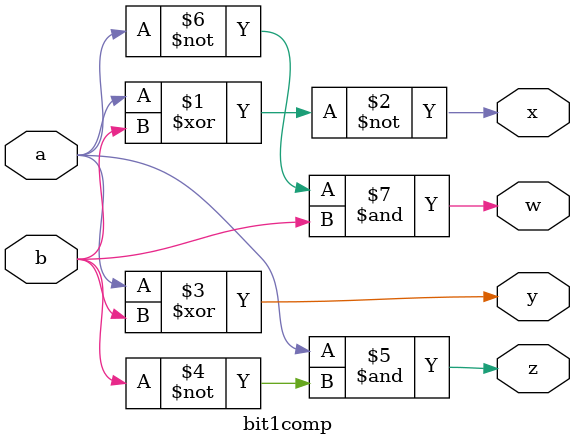
<source format=v>
`timescale 1ns / 1ps


module bit1comp(
    input a,b,
    output x,y,z,w
    );
    assign x = ~(a^b);
    assign y = a^b;
    assign z = (a&~b);
    assign w = (~a&b);
endmodule

</source>
